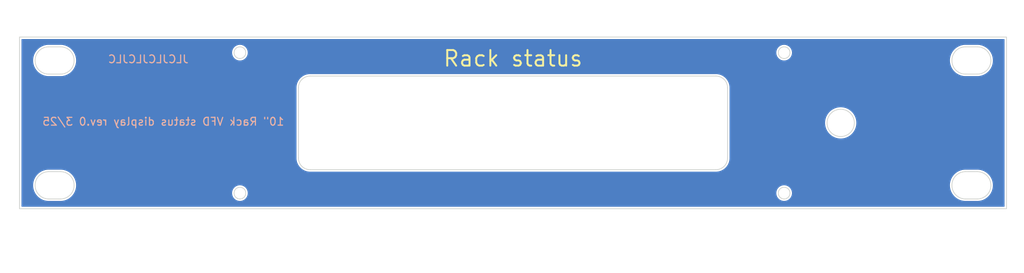
<source format=kicad_pcb>
(kicad_pcb
	(version 20241229)
	(generator "pcbnew")
	(generator_version "9.0")
	(general
		(thickness 1.6)
		(legacy_teardrops no)
	)
	(paper "A4")
	(layers
		(0 "F.Cu" signal)
		(2 "B.Cu" signal)
		(9 "F.Adhes" user "F.Adhesive")
		(11 "B.Adhes" user "B.Adhesive")
		(13 "F.Paste" user)
		(15 "B.Paste" user)
		(5 "F.SilkS" user "F.Silkscreen")
		(7 "B.SilkS" user "B.Silkscreen")
		(1 "F.Mask" user)
		(3 "B.Mask" user)
		(17 "Dwgs.User" user "User.Drawings")
		(19 "Cmts.User" user "User.Comments")
		(21 "Eco1.User" user "User.Eco1")
		(23 "Eco2.User" user "User.Eco2")
		(25 "Edge.Cuts" user)
		(27 "Margin" user)
		(31 "F.CrtYd" user "F.Courtyard")
		(29 "B.CrtYd" user "B.Courtyard")
		(35 "F.Fab" user)
		(33 "B.Fab" user)
		(39 "User.1" user)
		(41 "User.2" user)
		(43 "User.3" user)
		(45 "User.4" user)
	)
	(setup
		(pad_to_mask_clearance 0)
		(allow_soldermask_bridges_in_footprints no)
		(tenting front back)
		(pcbplotparams
			(layerselection 0x00000000_00000000_55555555_5755f5ff)
			(plot_on_all_layers_selection 0x00000000_00000000_00000000_00000000)
			(disableapertmacros no)
			(usegerberextensions no)
			(usegerberattributes yes)
			(usegerberadvancedattributes yes)
			(creategerberjobfile yes)
			(dashed_line_dash_ratio 12.000000)
			(dashed_line_gap_ratio 3.000000)
			(svgprecision 4)
			(plotframeref no)
			(mode 1)
			(useauxorigin no)
			(hpglpennumber 1)
			(hpglpenspeed 20)
			(hpglpendiameter 15.000000)
			(pdf_front_fp_property_popups yes)
			(pdf_back_fp_property_popups yes)
			(pdf_metadata yes)
			(pdf_single_document no)
			(dxfpolygonmode yes)
			(dxfimperialunits yes)
			(dxfusepcbnewfont yes)
			(psnegative no)
			(psa4output no)
			(plot_black_and_white yes)
			(plotinvisibletext no)
			(sketchpadsonfab no)
			(plotpadnumbers no)
			(hidednponfab no)
			(sketchdnponfab yes)
			(crossoutdnponfab yes)
			(subtractmaskfromsilk no)
			(outputformat 1)
			(mirror no)
			(drillshape 1)
			(scaleselection 1)
			(outputdirectory "")
		)
	)
	(net 0 "")
	(gr_arc
		(start 94.5 77.5)
		(mid 95.37868 75.37868)
		(end 97.5 74.5)
		(stroke
			(width 0.2)
			(type solid)
		)
		(layer "Edge.Cuts")
		(uuid "057785a1-c4a3-4b0e-b18b-da8dd2b9920a")
	)
	(gr_line
		(start 97.5 74.5)
		(end 201.5 74.5)
		(stroke
			(width 0.2)
			(type solid)
		)
		(layer "Edge.Cuts")
		(uuid "0ae54916-f413-44fb-82f5-6564b621a837")
	)
	(gr_line
		(start 30.5 106)
		(end 33.5 106)
		(stroke
			(width 0.2)
			(type solid)
		)
		(layer "Edge.Cuts")
		(uuid "1e06b681-9f9c-4d78-b2dc-f9862e9549ba")
	)
	(gr_line
		(start 265.5 106)
		(end 268.5 106)
		(stroke
			(width 0.2)
			(type solid)
		)
		(layer "Edge.Cuts")
		(uuid "2df749d1-48fb-45c4-8229-1b427951a779")
	)
	(gr_line
		(start 94.5 95.5)
		(end 94.5 77.5)
		(stroke
			(width 0.2)
			(type solid)
		)
		(layer "Edge.Cuts")
		(uuid "2f053c28-28b6-4731-a270-2394c75e9777")
	)
	(gr_line
		(start 265.5 99)
		(end 268.5 99)
		(stroke
			(width 0.2)
			(type solid)
		)
		(layer "Edge.Cuts")
		(uuid "3c581157-e039-4a28-b8ad-cd70fb1d2b6e")
	)
	(gr_arc
		(start 265.5 106)
		(mid 262 102.5)
		(end 265.5 99)
		(stroke
			(width 0.2)
			(type solid)
		)
		(layer "Edge.Cuts")
		(uuid "4c733809-dfe4-4a00-bd2f-b9e1d3164e7f")
	)
	(gr_circle
		(center 219 68.5)
		(end 220.5 68.5)
		(stroke
			(width 0.2)
			(type solid)
		)
		(fill no)
		(layer "Edge.Cuts")
		(uuid "4ea67f1c-5984-483c-8d95-13f43d41eb5f")
	)
	(gr_arc
		(start 97.5 98.5)
		(mid 95.37868 97.62132)
		(end 94.5 95.5)
		(stroke
			(width 0.2)
			(type solid)
		)
		(layer "Edge.Cuts")
		(uuid "58a5675d-8f1e-471b-821a-b5f6bc8d5050")
	)
	(gr_arc
		(start 33.5 99)
		(mid 37 102.5)
		(end 33.5 106)
		(stroke
			(width 0.2)
			(type solid)
		)
		(layer "Edge.Cuts")
		(uuid "5c5e46c0-d050-40b0-a981-35b7b88a83d8")
	)
	(gr_arc
		(start 201.5 74.5)
		(mid 203.62132 75.37868)
		(end 204.5 77.5)
		(stroke
			(width 0.2)
			(type solid)
		)
		(layer "Edge.Cuts")
		(uuid "600c1c86-0417-4b9b-a55a-e591607419da")
	)
	(gr_line
		(start 30.5 74)
		(end 33.5 74)
		(stroke
			(width 0.2)
			(type solid)
		)
		(layer "Edge.Cuts")
		(uuid "66275ab5-c209-4814-bd76-d5473be444a2")
	)
	(gr_arc
		(start 268.5 99)
		(mid 272 102.5)
		(end 268.5 106)
		(stroke
			(width 0.2)
			(type solid)
		)
		(layer "Edge.Cuts")
		(uuid "6790601c-376c-4708-9f71-ac887a23a1ce")
	)
	(gr_line
		(start 30.5 67)
		(end 33.5 67)
		(stroke
			(width 0.2)
			(type solid)
		)
		(layer "Edge.Cuts")
		(uuid "714fe619-3364-42ad-814e-479d2a67f872")
	)
	(gr_arc
		(start 30.5 74)
		(mid 27 70.5)
		(end 30.5 67)
		(stroke
			(width 0.2)
			(type solid)
		)
		(layer "Edge.Cuts")
		(uuid "85298f06-22aa-4a1f-8c15-882df9db30ed")
	)
	(gr_line
		(start 30.5 99)
		(end 33.5 99)
		(stroke
			(width 0.2)
			(type solid)
		)
		(layer "Edge.Cuts")
		(uuid "91788fea-f93f-432b-97ba-f8879c8f42f9")
	)
	(gr_arc
		(start 33.5 67)
		(mid 37 70.5)
		(end 33.5 74)
		(stroke
			(width 0.2)
			(type solid)
		)
		(layer "Edge.Cuts")
		(uuid "94cf23ec-b761-4da2-a45f-41cc318cfc1c")
	)
	(gr_line
		(start 201.5 98.5)
		(end 97.5 98.5)
		(stroke
			(width 0.2)
			(type solid)
		)
		(layer "Edge.Cuts")
		(uuid "974dea70-b901-4bbd-8cc5-7b9069774ff4")
	)
	(gr_circle
		(center 219 104.5)
		(end 220.5 104.5)
		(stroke
			(width 0.2)
			(type solid)
		)
		(fill no)
		(layer "Edge.Cuts")
		(uuid "99239eca-0e31-4f87-9ccf-0aa2b27c402b")
	)
	(gr_arc
		(start 265.5 74)
		(mid 262 70.5)
		(end 265.5 67)
		(stroke
			(width 0.2)
			(type solid)
		)
		(layer "Edge.Cuts")
		(uuid "9b6510cd-2114-4217-adcc-f3aee5e05384")
	)
	(gr_circle
		(center 233.5 86.5)
		(end 237 86.5)
		(stroke
			(width 0.2)
			(type solid)
		)
		(fill no)
		(layer "Edge.Cuts")
		(uuid "a20fbcfb-693e-4f49-b7a6-d780832c3575")
	)
	(gr_circle
		(center 79.5 68.5)
		(end 81 68.5)
		(stroke
			(width 0.2)
			(type solid)
		)
		(fill no)
		(layer "Edge.Cuts")
		(uuid "b2835387-2d86-4441-b65f-37dd17f74a84")
	)
	(gr_line
		(start 265.5 67)
		(end 268.5 67)
		(stroke
			(width 0.2)
			(type solid)
		)
		(layer "Edge.Cuts")
		(uuid "bf755ef6-5d72-48ae-9394-f2e5be1972aa")
	)
	(gr_arc
		(start 204.5 95.5)
		(mid 203.62132 97.62132)
		(end 201.5 98.5)
		(stroke
			(width 0.2)
			(type solid)
		)
		(layer "Edge.Cuts")
		(uuid "cc5f1f1f-6f7f-439a-9c0a-49271c0b7cee")
	)
	(gr_line
		(start 204.5 77.5)
		(end 204.5 95.5)
		(stroke
			(width 0.2)
			(type solid)
		)
		(layer "Edge.Cuts")
		(uuid "cfde4a70-2d54-44b8-be02-92f327ef6f7b")
	)
	(gr_line
		(start 265.5 74)
		(end 268.5 74)
		(stroke
			(width 0.2)
			(type solid)
		)
		(layer "Edge.Cuts")
		(uuid "dfb15d6a-39f8-4aa1-9a1e-6984ec1c73fa")
	)
	(gr_arc
		(start 30.5 106)
		(mid 27 102.5)
		(end 30.5 99)
		(stroke
			(width 0.2)
			(type solid)
		)
		(layer "Edge.Cuts")
		(uuid "e545b6ad-4025-49f7-8130-8a08040b65de")
	)
	(gr_circle
		(center 79.5 104.5)
		(end 81 104.5)
		(stroke
			(width 0.2)
			(type solid)
		)
		(fill no)
		(layer "Edge.Cuts")
		(uuid "e9d88e91-11e8-4b28-9f18-0d8a3156193d")
	)
	(gr_arc
		(start 268.5 67)
		(mid 272 70.5)
		(end 268.5 74)
		(stroke
			(width 0.2)
			(type solid)
		)
		(layer "Edge.Cuts")
		(uuid "edce84ad-802d-41a0-9d02-931fbb924504")
	)
	(gr_rect
		(start 23 64.5)
		(end 276 108.5)
		(stroke
			(width 0.2)
			(type solid)
		)
		(fill no)
		(layer "Edge.Cuts")
		(uuid "f8655ed7-d29d-4828-be2a-184e3b19d42d")
	)
	(gr_text "Rack status"
		(at 149.5 70 0)
		(layer "F.SilkS")
		(uuid "7811f68c-bba5-443b-833d-8741c0e60dac")
		(effects
			(font
				(size 4 4)
				(thickness 0.5)
			)
		)
	)
	(gr_text "JLCJLCJLCJLC"
		(at 66.5 69 0)
		(layer "B.SilkS")
		(uuid "85a45c52-fb66-4876-87ef-b2009ee88f08")
		(effects
			(font
				(size 2 2)
				(thickness 0.3)
				(bold yes)
			)
			(justify left top mirror)
		)
	)
	(gr_text "10{dblquote} Rack VFD status display rev.0 3/25"
		(at 91 85 0)
		(layer "B.SilkS")
		(uuid "8612e0cb-f4aa-4e0d-8a17-af64c437b21d")
		(effects
			(font
				(size 2 2)
				(thickness 0.3)
				(bold yes)
			)
			(justify left top mirror)
		)
	)
	(zone
		(net 0)
		(net_name "")
		(layer "B.Cu")
		(uuid "f0acd5fd-4119-497d-8889-024db7aee5e6")
		(hatch edge 0.5)
		(connect_pads
			(clearance 0.5)
		)
		(min_thickness 0.25)
		(filled_areas_thickness no)
		(fill yes
			(thermal_gap 0.5)
			(thermal_bridge_width 0.5)
			(island_removal_mode 1)
			(island_area_min 10)
		)
		(polygon
			(pts
				(xy 18 55) (xy 279.5 58) (xy 280.5 125) (xy 19.5 121)
			)
		)
		(filled_polygon
			(layer "B.Cu")
			(island)
			(pts
				(xy 275.442539 65.020185) (xy 275.488294 65.072989) (xy 275.4995 65.1245) (xy 275.4995 107.8755)
				(xy 275.479815 107.942539) (xy 275.427011 107.988294) (xy 275.3755 107.9995) (xy 23.6245 107.9995)
				(xy 23.557461 107.979815) (xy 23.511706 107.927011) (xy 23.5005 107.8755) (xy 23.5005 102.303468)
				(xy 26.4995 102.303468) (xy 26.4995 102.696532) (xy 26.511216 102.815487) (xy 26.538026 103.087702)
				(xy 26.614704 103.473194) (xy 26.614707 103.473205) (xy 26.72881 103.849354) (xy 26.87923 104.212499)
				(xy 26.879232 104.212504) (xy 27.064511 104.559137) (xy 27.064522 104.559155) (xy 27.282887 104.88596)
				(xy 27.282897 104.885974) (xy 27.532254 105.189817) (xy 27.810182 105.467745) (xy 27.810187 105.467749)
				(xy 27.810188 105.46775) (xy 28.114031 105.717107) (xy 28.440851 105.935482) (xy 28.44086 105.935487)
				(xy 28.440862 105.935488) (xy 28.787495 106.120767) (xy 28.787497 106.120767) (xy 28.787503 106.120771)
				(xy 29.150647 106.27119) (xy 29.526785 106.38529) (xy 29.526791 106.385291) (xy 29.526794 106.385292)
				(xy 29.526805 106.385295) (xy 29.912297 106.461973) (xy 30.303468 106.5005) (xy 30.303471 106.5005)
				(xy 33.696529 106.5005) (xy 33.696532 106.5005) (xy 34.087703 106.461973) (xy 34.162748 106.447045)
				(xy 34.473194 106.385295) (xy 34.473205 106.385292) (xy 34.473205 106.385291) (xy 34.473215 106.38529)
				(xy 34.849353 106.27119) (xy 35.212497 106.120771) (xy 35.559149 105.935482) (xy 35.885969 105.717107)
				(xy 36.189812 105.46775) (xy 36.46775 105.189812) (xy 36.717107 104.885969) (xy 36.935482 104.559149)
				(xy 37.037187 104.368872) (xy 77.4995 104.368872) (xy 77.4995 104.631127) (xy 77.520436 104.79014)
				(xy 77.53373 104.891116) (xy 77.555178 104.971161) (xy 77.601602 105.144418) (xy 77.601605 105.144428)
				(xy 77.701953 105.38669) (xy 77.701958 105.3867) (xy 77.833075 105.613803) (xy 77.992718 105.821851)
				(xy 77.992726 105.82186) (xy 78.17814 106.007274) (xy 78.178148 106.007281) (xy 78.386196 106.166924)
				(xy 78.613299 106.298041) (xy 78.613309 106.298046) (xy 78.855571 106.398394) (xy 78.855581 106.398398)
				(xy 79.108884 106.46627) (xy 79.36888 106.5005) (xy 79.368887 106.5005) (xy 79.631113 106.5005)
				(xy 79.63112 106.5005) (xy 79.891116 106.46627) (xy 80.144419 106.398398) (xy 80.386697 106.298043)
				(xy 80.613803 106.166924) (xy 80.821851 106.007282) (xy 80.821855 106.007277) (xy 80.82186 106.007274)
				(xy 81.007274 105.82186) (xy 81.007277 105.821855) (xy 81.007282 105.821851) (xy 81.166924 105.613803)
				(xy 81.298043 105.386697) (xy 81.398398 105.144419) (xy 81.46627 104.891116) (xy 81.5005 104.63112)
				(xy 81.5005 104.36888) (xy 81.500499 104.368872) (xy 216.9995 104.368872) (xy 216.9995 104.631127)
				(xy 217.020436 104.79014) (xy 217.03373 104.891116) (xy 217.055178 104.971161) (xy 217.101602 105.144418)
				(xy 217.101605 105.144428) (xy 217.201953 105.38669) (xy 217.201958 105.3867) (xy 217.333075 105.613803)
				(xy 217.492718 105.821851) (xy 217.492726 105.82186) (xy 217.67814 106.007274) (xy 217.678148 106.007281)
				(xy 217.886196 106.166924) (xy 218.113299 106.298041) (xy 218.113309 106.298046) (xy 218.355571 106.398394)
				(xy 218.355581 106.398398) (xy 218.608884 106.46627) (xy 218.86888 106.5005) (xy 218.868887 106.5005)
				(xy 219.131113 106.5005) (xy 219.13112 106.5005) (xy 219.391116 106.46627) (xy 219.644419 106.398398)
				(xy 219.886697 106.298043) (xy 220.113803 106.166924) (xy 220.321851 106.007282) (xy 220.321855 106.007277)
				(xy 220.32186 106.007274) (xy 220.507274 105.82186) (xy 220.507277 105.821855) (xy 220.507282 105.821851)
				(xy 220.666924 105.613803) (xy 220.798043 105.386697) (xy 220.898398 105.144419) (xy 220.96627 104.891116)
				(xy 221.0005 104.63112) (xy 221.0005 104.36888) (xy 220.96627 104.108884) (xy 220.898398 103.855581)
				(xy 220.800204 103.61852) (xy 220.798046 103.613309) (xy 220.798041 103.613299) (xy 220.666924 103.386196)
				(xy 220.507281 103.178148) (xy 220.507274 103.17814) (xy 220.32186 102.992726) (xy 220.321851 102.992718)
				(xy 220.113803 102.833075) (xy 219.8867 102.701958) (xy 219.88669 102.701953) (xy 219.644428 102.601605)
				(xy 219.644421 102.601603) (xy 219.644419 102.601602) (xy 219.391116 102.53373) (xy 219.333339 102.526123)
				(xy 219.131127 102.4995) (xy 219.13112 102.4995) (xy 218.86888 102.4995) (xy 218.868872 102.4995)
				(xy 218.637772 102.529926) (xy 218.608884 102.53373) (xy 218.355581 102.601602) (xy 218.355571 102.601605)
				(xy 218.113309 102.701953) (xy 218.113299 102.701958) (xy 217.886196 102.833075) (xy 217.678148 102.992718)
				(xy 217.492718 103.178148) (xy 217.333075 103.386196) (xy 217.201958 103.613299) (xy 217.201953 103.613309)
				(xy 217.101605 103.855571) (xy 217.101602 103.855581) (xy 217.03373 104.108885) (xy 216.9995 104.368872)
				(xy 81.500499 104.368872) (xy 81.46627 104.108884) (xy 81.398398 103.855581) (xy 81.300204 103.61852)
				(xy 81.298046 103.613309) (xy 81.298041 103.613299) (xy 81.166924 103.386196) (xy 81.007281 103.178148)
				(xy 81.007274 103.17814) (xy 80.82186 102.992726) (xy 80.821851 102.992718) (xy 80.613803 102.833075)
				(xy 80.3867 102.701958) (xy 80.38669 102.701953) (xy 80.144428 102.601605) (xy 80.144421 102.601603)
				(xy 80.144419 102.601602) (xy 79.891116 102.53373) (xy 79.833339 102.526123) (xy 79.631127 102.4995)
				(xy 79.63112 102.4995) (xy 79.36888 102.4995) (xy 79.368872 102.4995) (xy 79.137772 102.529926)
				(xy 79.108884 102.53373) (xy 78.855581 102.601602) (xy 78.855571 102.601605) (xy 78.613309 102.701953)
				(xy 78.613299 102.701958) (xy 78.386196 102.833075) (xy 78.178148 102.992718) (xy 77.992718 103.178148)
				(xy 77.833075 103.386196) (xy 77.701958 103.613299) (xy 77.701953 103.613309) (xy 77.601605 103.855571)
				(xy 77.601602 103.855581) (xy 77.53373 104.108885) (xy 77.4995 104.368872) (xy 37.037187 104.368872)
				(xy 37.120771 104.212497) (xy 37.27119 103.849353) (xy 37.38529 103.473215) (xy 37.385292 103.473205)
				(xy 37.385295 103.473194) (xy 37.461973 103.087702) (xy 37.471328 102.992718) (xy 37.5005 102.696532)
				(xy 37.5005 102.303468) (xy 261.4995 102.303468) (xy 261.4995 102.696532) (xy 261.511216 102.815487)
				(xy 261.538026 103.087702) (xy 261.614704 103.473194) (xy 261.614707 103.473205) (xy 261.72881 103.849354)
				(xy 261.87923 104.212499) (xy 261.879232 104.212504) (xy 262.064511 104.559137) (xy 262.064522 104.559155)
				(xy 262.282887 104.88596) (xy 262.282897 104.885974) (xy 262.532254 105.189817) (xy 262.810182 105.467745)
				(xy 262.810187 105.467749) (xy 262.810188 105.46775) (xy 263.114031 105.717107) (xy 263.440851 105.935482)
				(xy 263.44086 105.935487) (xy 263.440862 105.935488) (xy 263.787495 106.120767) (xy 263.787497 106.120767)
				(xy 263.787503 106.120771) (xy 264.150647 106.27119) (xy 264.526785 106.38529) (xy 264.526791 106.385291)
				(xy 264.526794 106.385292) (xy 264.526805 106.385295) (xy 264.912297 106.461973) (xy 265.303468 106.5005)
				(xy 265.303471 106.5005) (xy 268.696529 106.5005) (xy 268.696532 106.5005) (xy 269.087703 106.461973)
				(xy 269.162748 106.447045) (xy 269.473194 106.385295) (xy 269.473205 106.385292) (xy 269.473205 106.385291)
				(xy 269.473215 106.38529) (xy 269.849353 106.27119) (xy 270.212497 106.120771) (xy 270.559149 105.935482)
				(xy 270.885969 105.717107) (xy 271.189812 105.46775) (xy 271.46775 105.189812) (xy 271.717107 104.885969)
				(xy 271.935482 104.559149) (xy 272.120771 104.212497) (xy 272.27119 103.849353) (xy 272.38529 103.473215)
				(xy 272.385292 103.473205) (xy 272.385295 103.473194) (xy 272.461973 103.087702) (xy 272.471328 102.992718)
				(xy 272.5005 102.696532) (xy 272.5005 102.303468) (xy 272.461973 101.912297) (xy 272.44611 101.832548)
				(xy 272.385295 101.526805) (xy 272.385292 101.526794) (xy 272.385291 101.526791) (xy 272.38529 101.526785)
				(xy 272.27119 101.150647) (xy 272.120771 100.787503) (xy 271.935482 100.440851) (xy 271.717107 100.114031)
				(xy 271.46775 99.810188) (xy 271.467749 99.810187) (xy 271.467745 99.810182) (xy 271.189817 99.532254)
				(xy 270.885974 99.282897) (xy 270.885973 99.282896) (xy 270.885969 99.282893) (xy 270.559149 99.064518)
				(xy 270.559144 99.064515) (xy 270.559137 99.064511) (xy 270.212504 98.879232) (xy 270.212499 98.87923)
				(xy 269.849354 98.72881) (xy 269.473205 98.614707) (xy 269.473194 98.614704) (xy 269.087702 98.538026)
				(xy 268.793089 98.50901) (xy 268.696532 98.4995) (xy 268.565892 98.4995) (xy 265.565892 98.4995)
				(xy 265.5 98.4995) (xy 265.303468 98.4995) (xy 265.214251 98.508287) (xy 264.912297 98.538026) (xy 264.526805 98.614704)
				(xy 264.526794 98.614707) (xy 264.150645 98.72881) (xy 263.7875 98.87923) (xy 263.787495 98.879232)
				(xy 263.440862 99.064511) (xy 263.440844 99.064522) (xy 263.114039 99.282887) (xy 263.114025 99.282897)
				(xy 262.810182 99.532254) (xy 262.532254 99.810182) (xy 262.282897 100.114025) (xy 262.282887 100.114039)
				(xy 262.064522 100.440844) (xy 262.064511 100.440862) (xy 261.879232 100.787495) (xy 261.87923 100.7875)
				(xy 261.72881 101.150645) (xy 261.614707 101.526794) (xy 261.614704 101.526805) (xy 261.538026 101.912297)
				(xy 261.51322 102.164163) (xy 261.4995 102.303468) (xy 37.5005 102.303468) (xy 37.461973 101.912297)
				(xy 37.44611 101.832548) (xy 37.385295 101.526805) (xy 37.385292 101.526794) (xy 37.385291 101.526791)
				(xy 37.38529 101.526785) (xy 37.27119 101.150647) (xy 37.120771 100.787503) (xy 36.935482 100.440851)
				(xy 36.717107 100.114031) (xy 36.46775 99.810188) (xy 36.467749 99.810187) (xy 36.467745 99.810182)
				(xy 36.189817 99.532254) (xy 35.885974 99.282897) (xy 35.885973 99.282896) (xy 35.885969 99.282893)
				(xy 35.559149 99.064518) (xy 35.559144 99.064515) (xy 35.559137 99.064511) (xy 35.212504 98.879232)
				(xy 35.212499 98.87923) (xy 34.849354 98.72881) (xy 34.473205 98.614707) (xy 34.473194 98.614704)
				(xy 34.087702 98.538026) (xy 33.793089 98.50901) (xy 33.696532 98.4995) (xy 33.565892 98.4995) (xy 30.565892 98.4995)
				(xy 30.5 98.4995) (xy 30.303468 98.4995) (xy 30.214251 98.508287) (xy 29.912297 98.538026) (xy 29.526805 98.614704)
				(xy 29.526794 98.614707) (xy 29.150645 98.72881) (xy 28.7875 98.87923) (xy 28.787495 98.879232)
				(xy 28.440862 99.064511) (xy 28.440844 99.064522) (xy 28.114039 99.282887) (xy 28.114025 99.282897)
				(xy 27.810182 99.532254) (xy 27.532254 99.810182) (xy 27.282897 100.114025) (xy 27.282887 100.114039)
				(xy 27.064522 100.440844) (xy 27.064511 100.440862) (xy 26.879232 100.787495) (xy 26.87923 100.7875)
				(xy 26.72881 101.150645) (xy 26.614707 101.526794) (xy 26.614704 101.526805) (xy 26.538026 101.912297)
				(xy 26.51322 102.164163) (xy 26.4995 102.303468) (xy 23.5005 102.303468) (xy 23.5005 77.328034)
				(xy 93.9995 77.328034) (xy 93.9995 95.671965) (xy 94.03321 96.014249) (xy 94.100308 96.351572) (xy 94.20015 96.680706)
				(xy 94.33177 96.998464) (xy 94.331772 96.998469) (xy 94.493893 97.301775) (xy 94.493904 97.301793)
				(xy 94.684975 97.587751) (xy 94.684985 97.587765) (xy 94.903176 97.853632) (xy 95.146367 98.096823)
				(xy 95.146372 98.096827) (xy 95.146373 98.096828) (xy 95.41224 98.315019) (xy 95.698213 98.5061)
				(xy 95.698222 98.506105) (xy 95.698224 98.506106) (xy 96.00153 98.668227) (xy 96.001532 98.668227)
				(xy 96.001538 98.668231) (xy 96.319295 98.79985) (xy 96.648422 98.89969) (xy 96.98575 98.966789)
				(xy 97.328031 99.0005) (xy 97.328034 99.0005) (xy 201.671966 99.0005) (xy 201.671969 99.0005) (xy 202.01425 98.966789)
				(xy 202.351578 98.89969) (xy 202.680705 98.79985) (xy 202.998462 98.668231) (xy 203.301787 98.5061)
				(xy 203.58776 98.315019) (xy 203.853627 98.096828) (xy 204.096828 97.853627) (xy 204.315019 97.58776)
				(xy 204.5061 97.301787) (xy 204.668231 96.998462) (xy 204.79985 96.680705) (xy 204.89969 96.351578)
				(xy 204.966789 96.01425) (xy 205.0005 95.671969) (xy 205.0005 95.5) (xy 205.0005 95.434108) (xy 205.0005 86.303471)
				(xy 229.4995 86.303471) (xy 229.4995 86.696528) (xy 229.538026 87.087702) (xy 229.614704 87.473194)
				(xy 229.614707 87.473205) (xy 229.72881 87.849354) (xy 229.87923 88.212499) (xy 229.879232 88.212504)
				(xy 230.064511 88.559137) (xy 230.064522 88.559155) (xy 230.282887 88.88596) (xy 230.282897 88.885974)
				(xy 230.532254 89.189817) (xy 230.810182 89.467745) (xy 230.810187 89.467749) (xy 230.810188 89.46775)
				(xy 231.114031 89.717107) (xy 231.440851 89.935482) (xy 231.44086 89.935487) (xy 231.440862 89.935488)
				(xy 231.787495 90.120767) (xy 231.787497 90.120767) (xy 231.787503 90.120771) (xy 232.150647 90.27119)
				(xy 232.526785 90.38529) (xy 232.526791 90.385291) (xy 232.526794 90.385292) (xy 232.526805 90.385295)
				(xy 232.912297 90.461973) (xy 233.303468 90.5005) (xy 233.303471 90.5005) (xy 233.696529 90.5005)
				(xy 233.696532 90.5005) (xy 234.087703 90.461973) (xy 234.162748 90.447045) (xy 234.473194 90.385295)
				(xy 234.473205 90.385292) (xy 234.473205 90.385291) (xy 234.473215 90.38529) (xy 234.849353 90.27119)
				(xy 235.212497 90.120771) (xy 235.559149 89.935482) (xy 235.885969 89.717107) (xy 236.189812 89.46775)
				(xy 236.46775 89.189812) (xy 236.717107 88.885969) (xy 236.935482 88.559149) (xy 237.120771 88.212497)
				(xy 237.27119 87.849353) (xy 237.38529 87.473215) (xy 237.385292 87.473205) (xy 237.385295 87.473194)
				(xy 237.461973 87.087702) (xy 237.5005 86.696528) (xy 237.5005 86.303471) (xy 237.461973 85.912297)
				(xy 237.385295 85.526805) (xy 237.385292 85.526794) (xy 237.385291 85.526791) (xy 237.38529 85.526785)
				(xy 237.27119 85.150647) (xy 237.120771 84.787503) (xy 237.108355 84.764275) (xy 236.935488 84.440862)
				(xy 236.935487 84.44086) (xy 236.935482 84.440851) (xy 236.717107 84.114031) (xy 236.46775 83.810188)
				(xy 236.467749 83.810187) (xy 236.467745 83.810182) (xy 236.189817 83.532254) (xy 235.885974 83.282897)
				(xy 235.885973 83.282896) (xy 235.885969 83.282893) (xy 235.559149 83.064518) (xy 235.559144 83.064515)
				(xy 235.559137 83.064511) (xy 235.212504 82.879232) (xy 235.212499 82.87923) (xy 234.849354 82.72881)
				(xy 234.473205 82.614707) (xy 234.473194 82.614704) (xy 234.087702 82.538026) (xy 233.793089 82.50901)
				(xy 233.696532 82.4995) (xy 233.303468 82.4995) (xy 233.214251 82.508287) (xy 232.912297 82.538026)
				(xy 232.526805 82.614704) (xy 232.526794 82.614707) (xy 232.150645 82.72881) (xy 231.7875 82.87923)
				(xy 231.787495 82.879232) (xy 231.440862 83.064511) (xy 231.440844 83.064522) (xy 231.114039 83.282887)
				(xy 231.114025 83.282897) (xy 230.810182 83.532254) (xy 230.532254 83.810182) (xy 230.282897 84.114025)
				(xy 230.282887 84.114039) (xy 230.064522 84.440844) (xy 230.064511 84.440862) (xy 229.879232 84.787495)
				(xy 229.87923 84.7875) (xy 229.72881 85.150645) (xy 229.614707 85.526794) (xy 229.614704 85.526805)
				(xy 229.538026 85.912297) (xy 229.4995 86.303471) (xy 205.0005 86.303471) (xy 205.0005 77.434108)
				(xy 205.0005 77.328031) (xy 204.966789 76.98575) (xy 204.89969 76.648422) (xy 204.79985 76.319295)
				(xy 204.668231 76.001538) (xy 204.5061 75.698213) (xy 204.315019 75.41224) (xy 204.096828 75.146373)
				(xy 204.096827 75.146372) (xy 204.096823 75.146367) (xy 203.853632 74.903176) (xy 203.587765 74.684985)
				(xy 203.587764 74.684984) (xy 203.58776 74.684981) (xy 203.301787 74.4939) (xy 203.301782 74.493897)
				(xy 203.301775 74.493893) (xy 202.998469 74.331772) (xy 202.998464 74.33177) (xy 202.680706 74.20015)
				(xy 202.351572 74.100308) (xy 202.014248 74.03321) (xy 202.014249 74.03321) (xy 201.756456 74.007821)
				(xy 201.671969 73.9995) (xy 201.565892 73.9995) (xy 97.565892 73.9995) (xy 97.5 73.9995) (xy 97.328031 73.9995)
				(xy 97.249966 74.007188) (xy 96.98575 74.03321) (xy 96.648427 74.100308) (xy 96.319293 74.20015)
				(xy 96.001535 74.33177) (xy 96.00153 74.331772) (xy 95.698224 74.493893) (xy 95.698206 74.493904)
				(xy 95.412248 74.684975) (xy 95.412234 74.684985) (xy 95.146367 74.903176) (xy 94.903176 75.146367)
				(xy 94.684985 75.412234) (xy 94.684975 75.412248) (xy 94.493904 75.698206) (xy 94.493893 75.698224)
				(xy 94.331772 76.00153) (xy 94.33177 76.001535) (xy 94.20015 76.319293) (xy 94.100308 76.648427)
				(xy 94.03321 76.98575) (xy 93.9995 77.328034) (xy 23.5005 77.328034) (xy 23.5005 70.303471) (xy 26.4995 70.303471)
				(xy 26.4995 70.696528) (xy 26.538026 71.087702) (xy 26.614704 71.473194) (xy 26.614707 71.473205)
				(xy 26.72881 71.849354) (xy 26.87923 72.212499) (xy 26.879232 72.212504) (xy 27.064511 72.559137)
				(xy 27.064522 72.559155) (xy 27.282887 72.88596) (xy 27.282897 72.885974) (xy 27.532254 73.189817)
				(xy 27.810182 73.467745) (xy 27.810187 73.467749) (xy 27.810188 73.46775) (xy 28.114031 73.717107)
				(xy 28.440851 73.935482) (xy 28.44086 73.935487) (xy 28.440862 73.935488) (xy 28.787495 74.120767)
				(xy 28.787497 74.120767) (xy 28.787503 74.120771) (xy 29.150647 74.27119) (xy 29.526785 74.38529)
				(xy 29.526791 74.385291) (xy 29.526794 74.385292) (xy 29.526805 74.385295) (xy 29.912297 74.461973)
				(xy 30.303468 74.5005) (xy 30.303471 74.5005) (xy 33.696529 74.5005) (xy 33.696532 74.5005) (xy 34.087703 74.461973)
				(xy 34.162748 74.447045) (xy 34.473194 74.385295) (xy 34.473205 74.385292) (xy 34.473205 74.385291)
				(xy 34.473215 74.38529) (xy 34.849353 74.27119) (xy 35.212497 74.120771) (xy 35.559149 73.935482)
				(xy 35.885969 73.717107) (xy 36.189812 73.46775) (xy 36.46775 73.189812) (xy 36.717107 72.885969)
				(xy 36.935482 72.559149) (xy 37.120771 72.212497) (xy 37.27119 71.849353) (xy 37.38529 71.473215)
				(xy 37.385292 71.473205) (xy 37.385295 71.473194) (xy 37.461973 71.087702) (xy 37.5005 70.696532)
				(xy 37.5005 70.303468) (xy 37.461973 69.912297) (xy 37.443982 69.821851) (xy 37.385295 69.526805)
				(xy 37.385292 69.526794) (xy 37.385291 69.526791) (xy 37.38529 69.526785) (xy 37.27119 69.150647)
				(xy 37.120771 68.787503) (xy 37.037186 68.631127) (xy 36.935488 68.440862) (xy 36.935487 68.440861)
				(xy 36.935482 68.440851) (xy 36.887387 68.368872) (xy 77.4995 68.368872) (xy 77.4995 68.631127)
				(xy 77.520088 68.7875) (xy 77.53373 68.891116) (xy 77.537228 68.90417) (xy 77.601602 69.144418)
				(xy 77.601605 69.144428) (xy 77.701953 69.38669) (xy 77.701958 69.3867) (xy 77.833075 69.613803)
				(xy 77.992718 69.821851) (xy 77.992726 69.82186) (xy 78.17814 70.007274) (xy 78.178148 70.007281)
				(xy 78.386196 70.166924) (xy 78.613299 70.298041) (xy 78.613309 70.298046) (xy 78.855571 70.398394)
				(xy 78.855581 70.398398) (xy 79.108884 70.46627) (xy 79.36888 70.5005) (xy 79.368887 70.5005) (xy 79.631113 70.5005)
				(xy 79.63112 70.5005) (xy 79.891116 70.46627) (xy 80.144419 70.398398) (xy 80.386697 70.298043)
				(xy 80.613803 70.166924) (xy 80.821851 70.007282) (xy 80.821855 70.007277) (xy 80.82186 70.007274)
				(xy 81.007274 69.82186) (xy 81.007277 69.821855) (xy 81.007282 69.821851) (xy 81.166924 69.613803)
				(xy 81.298043 69.386697) (xy 81.398398 69.144419) (xy 81.46627 68.891116) (xy 81.5005 68.63112)
				(xy 81.5005 68.36888) (xy 81.500499 68.368872) (xy 216.9995 68.368872) (xy 216.9995 68.631127) (xy 217.020088 68.7875)
				(xy 217.03373 68.891116) (xy 217.037228 68.90417) (xy 217.101602 69.144418) (xy 217.101605 69.144428)
				(xy 217.201953 69.38669) (xy 217.201958 69.3867) (xy 217.333075 69.613803) (xy 217.492718 69.821851)
				(xy 217.492726 69.82186) (xy 217.67814 70.007274) (xy 217.678148 70.007281) (xy 217.886196 70.166924)
				(xy 218.113299 70.298041) (xy 218.113309 70.298046) (xy 218.355571 70.398394) (xy 218.355581 70.398398)
				(xy 218.608884 70.46627) (xy 218.86888 70.5005) (xy 218.868887 70.5005) (xy 219.131113 70.5005)
				(xy 219.13112 70.5005) (xy 219.391116 70.46627) (xy 219.644419 70.398398) (xy 219.873593 70.303471)
				(xy 261.4995 70.303471) (xy 261.4995 70.696528) (xy 261.538026 71.087702) (xy 261.614704 71.473194)
				(xy 261.614707 71.473205) (xy 261.72881 71.849354) (xy 261.87923 72.212499) (xy 261.879232 72.212504)
				(xy 262.064511 72.559137) (xy 262.064522 72.559155) (xy 262.282887 72.88596) (xy 262.282897 72.885974)
				(xy 262.532254 73.189817) (xy 262.810182 73.467745) (xy 262.810187 73.467749) (xy 262.810188 73.46775)
				(xy 263.114031 73.717107) (xy 263.440851 73.935482) (xy 263.44086 73.935487) (xy 263.440862 73.935488)
				(xy 263.787495 74.120767) (xy 263.787497 74.120767) (xy 263.787503 74.120771) (xy 264.150647 74.27119)
				(xy 264.526785 74.38529) (xy 264.526791 74.385291) (xy 264.526794 74.385292) (xy 264.526805 74.385295)
				(xy 264.912297 74.461973) (xy 265.303468 74.5005) (xy 265.303471 74.5005) (xy 268.696529 74.5005)
				(xy 268.696532 74.5005) (xy 269.087703 74.461973) (xy 269.162748 74.447045) (xy 269.473194 74.385295)
				(xy 269.473205 74.385292) (xy 269.473205 74.385291) (xy 269.473215 74.38529) (xy 269.849353 74.27119)
				(xy 270.212497 74.120771) (xy 270.559149 73.935482) (xy 270.885969 73.717107) (xy 271.189812 73.46775)
				(xy 271.46775 73.189812) (xy 271.717107 72.885969) (xy 271.935482 72.559149) (xy 272.120771 72.212497)
				(xy 272.27119 71.849353) (xy 272.38529 71.473215) (xy 272.385292 71.473205) (xy 272.385295 71.473194)
				(xy 272.461973 71.087702) (xy 272.5005 70.696532) (xy 272.5005 70.303468) (xy 272.461973 69.912297)
				(xy 272.443982 69.821851) (xy 272.385295 69.526805) (xy 272.385292 69.526794) (xy 272.385291 69.526791)
				(xy 272.38529 69.526785) (xy 272.27119 69.150647) (xy 272.120771 68.787503) (xy 272.037186 68.631127)
				(xy 271.935488 68.440862) (xy 271.935487 68.44086) (xy 271.935482 68.440851) (xy 271.717107 68.114031)
				(xy 271.46775 67.810188) (xy 271.467749 67.810187) (xy 271.467745 67.810182) (xy 271.189817 67.532254)
				(xy 270.885974 67.282897) (xy 270.885973 67.282896) (xy 270.885969 67.282893) (xy 270.559149 67.064518)
				(xy 270.559144 67.064515) (xy 270.559137 67.064511) (xy 270.212504 66.879232) (xy 270.212499 66.87923)
				(xy 269.849354 66.72881) (xy 269.473205 66.614707) (xy 269.473194 66.614704) (xy 269.087702 66.538026)
				(xy 268.793089 66.50901) (xy 268.696532 66.4995) (xy 268.565892 66.4995) (xy 265.565892 66.4995)
				(xy 265.5 66.4995) (xy 265.303468 66.4995) (xy 265.214251 66.508287) (xy 264.912297 66.538026) (xy 264.526805 66.614704)
				(xy 264.526794 66.614707) (xy 264.150645 66.72881) (xy 263.7875 66.87923) (xy 263.787495 66.879232)
				(xy 263.440862 67.064511) (xy 263.440844 67.064522) (xy 263.114039 67.282887) (xy 263.114025 67.282897)
				(xy 262.810182 67.532254) (xy 262.532254 67.810182) (xy 262.282897 68.114025) (xy 262.282887 68.114039)
				(xy 262.064522 68.440844) (xy 262.064511 68.440862) (xy 261.879232 68.787495) (xy 261.87923 68.7875)
				(xy 261.72881 69.150645) (xy 261.614707 69.526794) (xy 261.614704 69.526805) (xy 261.538026 69.912297)
				(xy 261.508287 70.214251) (xy 261.500035 70.298043) (xy 261.4995 70.303471) (xy 219.873593 70.303471)
				(xy 219.886697 70.298043) (xy 220.113798 70.166927) (xy 220.113802 70.166925) (xy 220.153071 70.136792)
				(xy 220.321851 70.007282) (xy 220.321855 70.007277) (xy 220.32186 70.007274) (xy 220.507274 69.82186)
				(xy 220.507277 69.821855) (xy 220.507282 69.821851) (xy 220.666924 69.613803) (xy 220.798043 69.386697)
				(xy 220.898398 69.144419) (xy 220.96627 68.891116) (xy 221.0005 68.63112) (xy 221.0005 68.36888)
				(xy 220.96627 68.108884) (xy 220.898398 67.855581) (xy 220.800204 67.61852) (xy 220.798046 67.613309)
				(xy 220.798041 67.613299) (xy 220.666924 67.386196) (xy 220.507281 67.178148) (xy 220.507274 67.17814)
				(xy 220.32186 66.992726) (xy 220.321851 66.992718) (xy 220.113803 66.833075) (xy 219.8867 66.701958)
				(xy 219.88669 66.701953) (xy 219.644428 66.601605) (xy 219.644421 66.601603) (xy 219.644419 66.601602)
				(xy 219.391116 66.53373) (xy 219.333339 66.526123) (xy 219.131127 66.4995) (xy 219.13112 66.4995)
				(xy 218.86888 66.4995) (xy 218.868872 66.4995) (xy 218.637772 66.529926) (xy 218.608884 66.53373)
				(xy 218.355581 66.601602) (xy 218.355571 66.601605) (xy 218.113309 66.701953) (xy 218.113299 66.701958)
				(xy 217.886196 66.833075) (xy 217.678148 66.992718) (xy 217.492718 67.178148) (xy 217.333075 67.386196)
				(xy 217.201958 67.613299) (xy 217.201953 67.613309) (xy 217.101605 67.855571) (xy 217.101602 67.855581)
				(xy 217.03373 68.108885) (xy 216.9995 68.368872) (xy 81.500499 68.368872) (xy 81.46627 68.108884)
				(xy 81.398398 67.855581) (xy 81.300204 67.61852) (xy 81.298046 67.613309) (xy 81.298041 67.613299)
				(xy 81.166924 67.386196) (xy 81.007281 67.178148) (xy 81.007274 67.17814) (xy 80.82186 66.992726)
				(xy 80.821851 66.992718) (xy 80.613803 66.833075) (xy 80.3867 66.701958) (xy 80.38669 66.701953)
				(xy 80.144428 66.601605) (xy 80.144421 66.601603) (xy 80.144419 66.601602) (xy 79.891116 66.53373)
				(xy 79.833339 66.526123) (xy 79.631127 66.4995) (xy 79.63112 66.4995) (xy 79.36888 66.4995) (xy 79.368872 66.4995)
				(xy 79.137772 66.529926) (xy 79.108884 66.53373) (xy 78.855581 66.601602) (xy 78.855571 66.601605)
				(xy 78.613309 66.701953) (xy 78.613299 66.701958) (xy 78.386196 66.833075) (xy 78.178148 66.992718)
				(xy 77.992718 67.178148) (xy 77.833075 67.386196) (xy 77.701958 67.613299) (xy 77.701953 67.613309)
				(xy 77.601605 67.855571) (xy 77.601602 67.855581) (xy 77.53373 68.108885) (xy 77.4995 68.368872)
				(xy 36.887387 68.368872) (xy 36.717107 68.114031) (xy 36.46775 67.810188) (xy 36.467749 67.810187)
				(xy 36.467745 67.810182) (xy 36.189817 67.532254) (xy 35.885974 67.282897) (xy 35.885973 67.282896)
				(xy 35.885969 67.282893) (xy 35.559149 67.064518) (xy 35.559144 67.064515) (xy 35.559137 67.064511)
				(xy 35.212504 66.879232) (xy 35.212499 66.87923) (xy 34.849354 66.72881) (xy 34.473205 66.614707)
				(xy 34.473194 66.614704) (xy 34.087702 66.538026) (xy 33.793089 66.50901) (xy 33.696532 66.4995)
				(xy 33.565892 66.4995) (xy 30.565892 66.4995) (xy 30.5 66.4995) (xy 30.303468 66.4995) (xy 30.214251 66.508287)
				(xy 29.912297 66.538026) (xy 29.526805 66.614704) (xy 29.526794 66.614707) (xy 29.150645 66.72881)
				(xy 28.7875 66.87923) (xy 28.787495 66.879232) (xy 28.440862 67.064511) (xy 28.440844 67.064522)
				(xy 28.114039 67.282887) (xy 28.114025 67.282897) (xy 27.810182 67.532254) (xy 27.532254 67.810182)
				(xy 27.282897 68.114025) (xy 27.282887 68.114039) (xy 27.064522 68.440844) (xy 27.064511 68.440862)
				(xy 26.879232 68.787495) (xy 26.87923 68.7875) (xy 26.72881 69.150645) (xy 26.614707 69.526794)
				(xy 26.614704 69.526805) (xy 26.538026 69.912297) (xy 26.508287 70.214251) (xy 26.500035 70.298043)
				(xy 26.4995 70.303471) (xy 23.5005 70.303471) (xy 23.5005 65.1245) (xy 23.520185 65.057461) (xy 23.572989 65.011706)
				(xy 23.6245 65.0005) (xy 275.3755 65.0005)
			)
		)
	)
	(embedded_fonts no)
)

</source>
